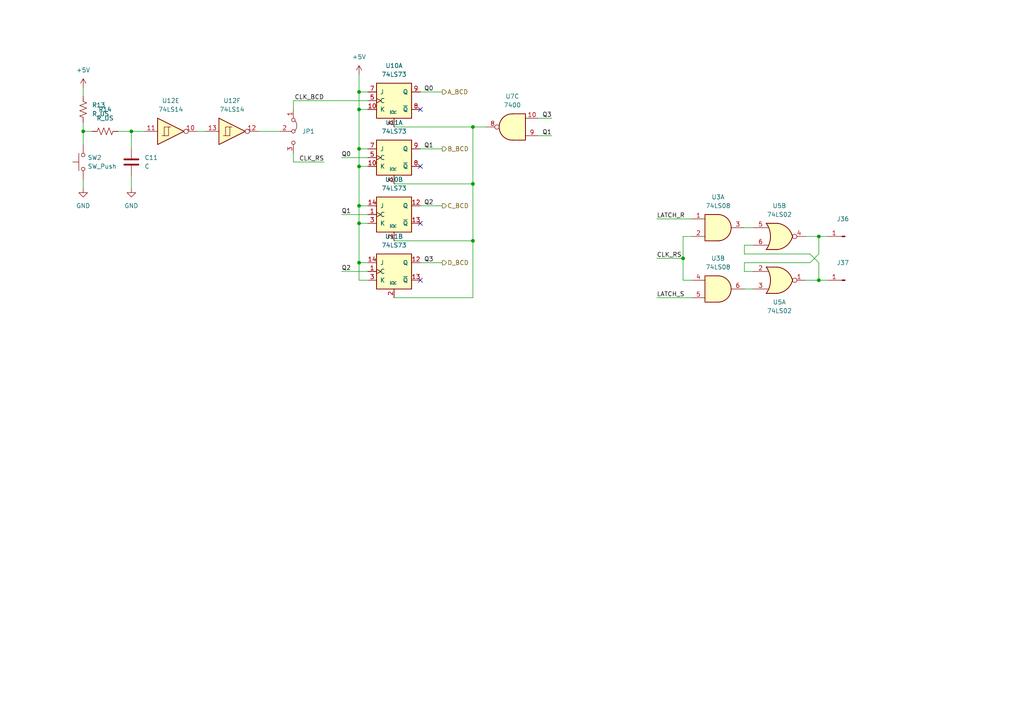
<source format=kicad_sch>
(kicad_sch (version 20230121) (generator eeschema)
  (paper "A4")
  (lib_symbols
    (symbol "74xx:7400" (pin_names (offset 1.016))
      (property "Reference" "U" (at 0 1.27 0))
      (property "Value" "7400" (at 0 -1.27 0))
      (symbol "7400_1_1"
        (arc (start 0 -3.81) (mid 3.7934 0) (end 0 3.81) (stroke (width 0.254)) (fill (type background)))
        (polyline (pts (xy 0 3.81) (xy -3.81 3.81) (xy -3.81 -3.81) (xy 0 -3.81)) (stroke (width 0.254)) (fill (type background)))
        (pin input line (at -7.62 2.54 0) (length 3.81) (name "~") (number "1"))
        (pin input line (at -7.62 -2.54 0) (length 3.81) (name "~") (number "2"))
        (pin output inverted (at 7.62 0 180) (length 3.81) (name "~") (number "3"))
      )
      (symbol "7400_1_2"
        (arc (start -3.81 -3.81) (mid -2.589 0) (end -3.81 3.81) (stroke (width 0.254)))
        (arc (start -0.6096 -3.81) (mid 2.1842 -2.5851) (end 3.81 0) (stroke (width 0.254)) (fill (type background)))
        (polyline (pts (xy -3.81 -3.81) (xy -0.635 -3.81)) (stroke (width 0.254)) (fill (type background)))
        (polyline (pts (xy -3.81 3.81) (xy -0.635 3.81)) (stroke (width 0.254)) (fill (type background)))
        (polyline (pts (xy -0.635 3.81) (xy -3.81 3.81) (xy -3.81 3.81) (xy -3.556 3.4036) (xy -3.0226 2.2606) (xy -2.6924 1.0414) (xy -2.6162 -0.254) (xy -2.7686 -1.4986) (xy -3.175 -2.7178) (xy -3.81 -3.81) (xy -3.81 -3.81) (xy -0.635 -3.81)) (stroke (width -25.4)) (fill (type background)))
        (arc (start 3.81 0) (mid 2.1915 2.5936) (end -0.6096 3.81) (stroke (width 0.254)) (fill (type background)))
        (pin input inverted (at -7.62 2.54 0) (length 4.318) (name "~") (number "1"))
        (pin input inverted (at -7.62 -2.54 0) (length 4.318) (name "~") (number "2"))
        (pin output line (at 7.62 0 180) (length 3.81) (name "~") (number "3"))
      )
      (symbol "7400_2_1"
        (arc (start 0 -3.81) (mid 3.7934 0) (end 0 3.81) (stroke (width 0.254)) (fill (type background)))
        (polyline (pts (xy 0 3.81) (xy -3.81 3.81) (xy -3.81 -3.81) (xy 0 -3.81)) (stroke (width 0.254)) (fill (type background)))
        (pin input line (at -7.62 2.54 0) (length 3.81) (name "~") (number "4"))
        (pin input line (at -7.62 -2.54 0) (length 3.81) (name "~") (number "5"))
        (pin output inverted (at 7.62 0 180) (length 3.81) (name "~") (number "6"))
      )
      (symbol "7400_2_2"
        (arc (start -3.81 -3.81) (mid -2.589 0) (end -3.81 3.81) (stroke (width 0.254)))
        (arc (start -0.6096 -3.81) (mid 2.1842 -2.5851) (end 3.81 0) (stroke (width 0.254)) (fill (type background)))
        (polyline (pts (xy -3.81 -3.81) (xy -0.635 -3.81)) (stroke (width 0.254)) (fill (type background)))
        (polyline (pts (xy -3.81 3.81) (xy -0.635 3.81)) (stroke (width 0.254)) (fill (type background)))
        (polyline (pts (xy -0.635 3.81) (xy -3.81 3.81) (xy -3.81 3.81) (xy -3.556 3.4036) (xy -3.0226 2.2606) (xy -2.6924 1.0414) (xy -2.6162 -0.254) (xy -2.7686 -1.4986) (xy -3.175 -2.7178) (xy -3.81 -3.81) (xy -3.81 -3.81) (xy -0.635 -3.81)) (stroke (width -25.4)) (fill (type background)))
        (arc (start 3.81 0) (mid 2.1915 2.5936) (end -0.6096 3.81) (stroke (width 0.254)) (fill (type background)))
        (pin input inverted (at -7.62 2.54 0) (length 4.318) (name "~") (number "4"))
        (pin input inverted (at -7.62 -2.54 0) (length 4.318) (name "~") (number "5"))
        (pin output line (at 7.62 0 180) (length 3.81) (name "~") (number "6"))
      )
      (symbol "7400_3_1"
        (arc (start 0 -3.81) (mid 3.7934 0) (end 0 3.81) (stroke (width 0.254)) (fill (type background)))
        (polyline (pts (xy 0 3.81) (xy -3.81 3.81) (xy -3.81 -3.81) (xy 0 -3.81)) (stroke (width 0.254)) (fill (type background)))
        (pin input line (at -7.62 -2.54 0) (length 3.81) (name "~") (number "10"))
        (pin output inverted (at 7.62 0 180) (length 3.81) (name "~") (number "8"))
        (pin input line (at -7.62 2.54 0) (length 3.81) (name "~") (number "9"))
      )
      (symbol "7400_3_2"
        (arc (start -3.81 -3.81) (mid -2.589 0) (end -3.81 3.81) (stroke (width 0.254)))
        (arc (start -0.6096 -3.81) (mid 2.1842 -2.5851) (end 3.81 0) (stroke (width 0.254)) (fill (type background)))
        (polyline (pts (xy -3.81 -3.81) (xy -0.635 -3.81)) (stroke (width 0.254)) (fill (type background)))
        (polyline (pts (xy -3.81 3.81) (xy -0.635 3.81)) (stroke (width 0.254)) (fill (type background)))
        (polyline (pts (xy -0.635 3.81) (xy -3.81 3.81) (xy -3.81 3.81) (xy -3.556 3.4036) (xy -3.0226 2.2606) (xy -2.6924 1.0414) (xy -2.6162 -0.254) (xy -2.7686 -1.4986) (xy -3.175 -2.7178) (xy -3.81 -3.81) (xy -3.81 -3.81) (xy -0.635 -3.81)) (stroke (width -25.4)) (fill (type background)))
        (arc (start 3.81 0) (mid 2.1915 2.5936) (end -0.6096 3.81) (stroke (width 0.254)) (fill (type background)))
        (pin input inverted (at -7.62 -2.54 0) (length 4.318) (name "~") (number "10"))
        (pin output line (at 7.62 0 180) (length 3.81) (name "~") (number "8"))
        (pin input inverted (at -7.62 2.54 0) (length 4.318) (name "~") (number "9"))
      )
      (symbol "7400_4_1"
        (arc (start 0 -3.81) (mid 3.7934 0) (end 0 3.81) (stroke (width 0.254)) (fill (type background)))
        (polyline (pts (xy 0 3.81) (xy -3.81 3.81) (xy -3.81 -3.81) (xy 0 -3.81)) (stroke (width 0.254)) (fill (type background)))
        (pin output inverted (at 7.62 0 180) (length 3.81) (name "~") (number "11"))
        (pin input line (at -7.62 2.54 0) (length 3.81) (name "~") (number "12"))
        (pin input line (at -7.62 -2.54 0) (length 3.81) (name "~") (number "13"))
      )
      (symbol "7400_4_2"
        (arc (start -3.81 -3.81) (mid -2.589 0) (end -3.81 3.81) (stroke (width 0.254)))
        (arc (start -0.6096 -3.81) (mid 2.1842 -2.5851) (end 3.81 0) (stroke (width 0.254)) (fill (type background)))
        (polyline (pts (xy -3.81 -3.81) (xy -0.635 -3.81)) (stroke (width 0.254)) (fill (type background)))
        (polyline (pts (xy -3.81 3.81) (xy -0.635 3.81)) (stroke (width 0.254)) (fill (type background)))
        (polyline (pts (xy -0.635 3.81) (xy -3.81 3.81) (xy -3.81 3.81) (xy -3.556 3.4036) (xy -3.0226 2.2606) (xy -2.6924 1.0414) (xy -2.6162 -0.254) (xy -2.7686 -1.4986) (xy -3.175 -2.7178) (xy -3.81 -3.81) (xy -3.81 -3.81) (xy -0.635 -3.81)) (stroke (width -25.4)) (fill (type background)))
        (arc (start 3.81 0) (mid 2.1915 2.5936) (end -0.6096 3.81) (stroke (width 0.254)) (fill (type background)))
        (pin output line (at 7.62 0 180) (length 3.81) (name "~") (number "11"))
        (pin input inverted (at -7.62 2.54 0) (length 4.318) (name "~") (number "12"))
        (pin input inverted (at -7.62 -2.54 0) (length 4.318) (name "~") (number "13"))
      )
      (symbol "7400_5_0"
        (pin power_in line (at 0 12.7 270) (length 5.08) (name "VCC") (number "14"))
        (pin power_in line (at 0 -12.7 90) (length 5.08) (name "GND") (number "7"))
      )
      (symbol "7400_5_1"
        (rectangle (start -5.08 7.62) (end 5.08 -7.62) (stroke (width 0.254)) (fill (type background)))
      )
    )
    (symbol "74xx:74LS02" (pin_names (offset 1.016))
      (property "Reference" "U" (at 0 1.27 0))
      (property "Value" "74LS02" (at 0 -1.27 0))
      (symbol "74LS02_1_1"
        (arc (start -3.81 -3.81) (mid -2.589 0) (end -3.81 3.81) (stroke (width 0.254)))
        (arc (start -0.6096 -3.81) (mid 2.1842 -2.5851) (end 3.81 0) (stroke (width 0.254)) (fill (type background)))
        (polyline (pts (xy -3.81 -3.81) (xy -0.635 -3.81)) (stroke (width 0.254)) (fill (type background)))
        (polyline (pts (xy -3.81 3.81) (xy -0.635 3.81)) (stroke (width 0.254)) (fill (type background)))
        (polyline (pts (xy -0.635 3.81) (xy -3.81 3.81) (xy -3.81 3.81) (xy -3.556 3.4036) (xy -3.0226 2.2606) (xy -2.6924 1.0414) (xy -2.6162 -0.254) (xy -2.7686 -1.4986) (xy -3.175 -2.7178) (xy -3.81 -3.81) (xy -3.81 -3.81) (xy -0.635 -3.81)) (stroke (width -25.4)) (fill (type background)))
        (arc (start 3.81 0) (mid 2.1915 2.5936) (end -0.6096 3.81) (stroke (width 0.254)) (fill (type background)))
        (pin output inverted (at 7.62 0 180) (length 3.81) (name "~") (number "1"))
        (pin input line (at -7.62 2.54 0) (length 4.318) (name "~") (number "2"))
        (pin input line (at -7.62 -2.54 0) (length 4.318) (name "~") (number "3"))
      )
      (symbol "74LS02_1_2"
        (arc (start 0 -3.81) (mid 3.7934 0) (end 0 3.81) (stroke (width 0.254)) (fill (type background)))
        (polyline (pts (xy 0 3.81) (xy -3.81 3.81) (xy -3.81 -3.81) (xy 0 -3.81)) (stroke (width 0.254)) (fill (type background)))
        (pin output line (at 7.62 0 180) (length 3.81) (name "~") (number "1"))
        (pin input inverted (at -7.62 2.54 0) (length 3.81) (name "~") (number "2"))
        (pin input inverted (at -7.62 -2.54 0) (length 3.81) (name "~") (number "3"))
      )
      (symbol "74LS02_2_1"
        (arc (start -3.81 -3.81) (mid -2.589 0) (end -3.81 3.81) (stroke (width 0.254)))
        (arc (start -0.6096 -3.81) (mid 2.1842 -2.5851) (end 3.81 0) (stroke (width 0.254)) (fill (type background)))
        (polyline (pts (xy -3.81 -3.81) (xy -0.635 -3.81)) (stroke (width 0.254)) (fill (type background)))
        (polyline (pts (xy -3.81 3.81) (xy -0.635 3.81)) (stroke (width 0.254)) (fill (type background)))
        (polyline (pts (xy -0.635 3.81) (xy -3.81 3.81) (xy -3.81 3.81) (xy -3.556 3.4036) (xy -3.0226 2.2606) (xy -2.6924 1.0414) (xy -2.6162 -0.254) (xy -2.7686 -1.4986) (xy -3.175 -2.7178) (xy -3.81 -3.81) (xy -3.81 -3.81) (xy -0.635 -3.81)) (stroke (width -25.4)) (fill (type background)))
        (arc (start 3.81 0) (mid 2.1915 2.5936) (end -0.6096 3.81) (stroke (width 0.254)) (fill (type background)))
        (pin output inverted (at 7.62 0 180) (length 3.81) (name "~") (number "4"))
        (pin input line (at -7.62 2.54 0) (length 4.318) (name "~") (number "5"))
        (pin input line (at -7.62 -2.54 0) (length 4.318) (name "~") (number "6"))
      )
      (symbol "74LS02_2_2"
        (arc (start 0 -3.81) (mid 3.7934 0) (end 0 3.81) (stroke (width 0.254)) (fill (type background)))
        (polyline (pts (xy 0 3.81) (xy -3.81 3.81) (xy -3.81 -3.81) (xy 0 -3.81)) (stroke (width 0.254)) (fill (type background)))
        (pin output line (at 7.62 0 180) (length 3.81) (name "~") (number "4"))
        (pin input inverted (at -7.62 2.54 0) (length 3.81) (name "~") (number "5"))
        (pin input inverted (at -7.62 -2.54 0) (length 3.81) (name "~") (number "6"))
      )
      (symbol "74LS02_3_1"
        (arc (start -3.81 -3.81) (mid -2.589 0) (end -3.81 3.81) (stroke (width 0.254)))
        (arc (start -0.6096 -3.81) (mid 2.1842 -2.5851) (end 3.81 0) (stroke (width 0.254)) (fill (type background)))
        (polyline (pts (xy -3.81 -3.81) (xy -0.635 -3.81)) (stroke (width 0.254)) (fill (type background)))
        (polyline (pts (xy -3.81 3.81) (xy -0.635 3.81)) (stroke (width 0.254)) (fill (type background)))
        (polyline (pts (xy -0.635 3.81) (xy -3.81 3.81) (xy -3.81 3.81) (xy -3.556 3.4036) (xy -3.0226 2.2606) (xy -2.6924 1.0414) (xy -2.6162 -0.254) (xy -2.7686 -1.4986) (xy -3.175 -2.7178) (xy -3.81 -3.81) (xy -3.81 -3.81) (xy -0.635 -3.81)) (stroke (width -25.4)) (fill (type background)))
        (arc (start 3.81 0) (mid 2.1915 2.5936) (end -0.6096 3.81) (stroke (width 0.254)) (fill (type background)))
        (pin output inverted (at 7.62 0 180) (length 3.81) (name "~") (number "10"))
        (pin input line (at -7.62 2.54 0) (length 4.318) (name "~") (number "8"))
        (pin input line (at -7.62 -2.54 0) (length 4.318) (name "~") (number "9"))
      )
      (symbol "74LS02_3_2"
        (arc (start 0 -3.81) (mid 3.7934 0) (end 0 3.81) (stroke (width 0.254)) (fill (type background)))
        (polyline (pts (xy 0 3.81) (xy -3.81 3.81) (xy -3.81 -3.81) (xy 0 -3.81)) (stroke (width 0.254)) (fill (type background)))
        (pin output line (at 7.62 0 180) (length 3.81) (name "~") (number "10"))
        (pin input inverted (at -7.62 2.54 0) (length 3.81) (name "~") (number "8"))
        (pin input inverted (at -7.62 -2.54 0) (length 3.81) (name "~") (number "9"))
      )
      (symbol "74LS02_4_1"
        (arc (start -3.81 -3.81) (mid -2.589 0) (end -3.81 3.81) (stroke (width 0.254)))
        (arc (start -0.6096 -3.81) (mid 2.1842 -2.5851) (end 3.81 0) (stroke (width 0.254)) (fill (type background)))
        (polyline (pts (xy -3.81 -3.81) (xy -0.635 -3.81)) (stroke (width 0.254)) (fill (type background)))
        (polyline (pts (xy -3.81 3.81) (xy -0.635 3.81)) (stroke (width 0.254)) (fill (type background)))
        (polyline (pts (xy -0.635 3.81) (xy -3.81 3.81) (xy -3.81 3.81) (xy -3.556 3.4036) (xy -3.0226 2.2606) (xy -2.6924 1.0414) (xy -2.6162 -0.254) (xy -2.7686 -1.4986) (xy -3.175 -2.7178) (xy -3.81 -3.81) (xy -3.81 -3.81) (xy -0.635 -3.81)) (stroke (width -25.4)) (fill (type background)))
        (arc (start 3.81 0) (mid 2.1915 2.5936) (end -0.6096 3.81) (stroke (width 0.254)) (fill (type background)))
        (pin input line (at -7.62 2.54 0) (length 4.318) (name "~") (number "11"))
        (pin input line (at -7.62 -2.54 0) (length 4.318) (name "~") (number "12"))
        (pin output inverted (at 7.62 0 180) (length 3.81) (name "~") (number "13"))
      )
      (symbol "74LS02_4_2"
        (arc (start 0 -3.81) (mid 3.7934 0) (end 0 3.81) (stroke (width 0.254)) (fill (type background)))
        (polyline (pts (xy 0 3.81) (xy -3.81 3.81) (xy -3.81 -3.81) (xy 0 -3.81)) (stroke (width 0.254)) (fill (type background)))
        (pin input inverted (at -7.62 2.54 0) (length 3.81) (name "~") (number "11"))
        (pin input inverted (at -7.62 -2.54 0) (length 3.81) (name "~") (number "12"))
        (pin output line (at 7.62 0 180) (length 3.81) (name "~") (number "13"))
      )
      (symbol "74LS02_5_0"
        (pin power_in line (at 0 12.7 270) (length 5.08) (name "VCC") (number "14"))
        (pin power_in line (at 0 -12.7 90) (length 5.08) (name "GND") (number "7"))
      )
      (symbol "74LS02_5_1"
        (rectangle (start -5.08 7.62) (end 5.08 -7.62) (stroke (width 0.254)) (fill (type background)))
      )
    )
    (symbol "74xx:74LS08" (pin_names (offset 1.016))
      (property "Reference" "U" (at 0 1.27 0))
      (property "Value" "74LS08" (at 0 -1.27 0))
      (symbol "74LS08_1_1"
        (arc (start 0 -3.81) (mid 3.7934 0) (end 0 3.81) (stroke (width 0.254)) (fill (type background)))
        (polyline (pts (xy 0 3.81) (xy -3.81 3.81) (xy -3.81 -3.81) (xy 0 -3.81)) (stroke (width 0.254)) (fill (type background)))
        (pin input line (at -7.62 2.54 0) (length 3.81) (name "~") (number "1"))
        (pin input line (at -7.62 -2.54 0) (length 3.81) (name "~") (number "2"))
        (pin output line (at 7.62 0 180) (length 3.81) (name "~") (number "3"))
      )
      (symbol "74LS08_1_2"
        (arc (start -3.81 -3.81) (mid -2.589 0) (end -3.81 3.81) (stroke (width 0.254)))
        (arc (start -0.6096 -3.81) (mid 2.1842 -2.5851) (end 3.81 0) (stroke (width 0.254)) (fill (type background)))
        (polyline (pts (xy -3.81 -3.81) (xy -0.635 -3.81)) (stroke (width 0.254)) (fill (type background)))
        (polyline (pts (xy -3.81 3.81) (xy -0.635 3.81)) (stroke (width 0.254)) (fill (type background)))
        (polyline (pts (xy -0.635 3.81) (xy -3.81 3.81) (xy -3.81 3.81) (xy -3.556 3.4036) (xy -3.0226 2.2606) (xy -2.6924 1.0414) (xy -2.6162 -0.254) (xy -2.7686 -1.4986) (xy -3.175 -2.7178) (xy -3.81 -3.81) (xy -3.81 -3.81) (xy -0.635 -3.81)) (stroke (width -25.4)) (fill (type background)))
        (arc (start 3.81 0) (mid 2.1915 2.5936) (end -0.6096 3.81) (stroke (width 0.254)) (fill (type background)))
        (pin input inverted (at -7.62 2.54 0) (length 4.318) (name "~") (number "1"))
        (pin input inverted (at -7.62 -2.54 0) (length 4.318) (name "~") (number "2"))
        (pin output inverted (at 7.62 0 180) (length 3.81) (name "~") (number "3"))
      )
      (symbol "74LS08_2_1"
        (arc (start 0 -3.81) (mid 3.7934 0) (end 0 3.81) (stroke (width 0.254)) (fill (type background)))
        (polyline (pts (xy 0 3.81) (xy -3.81 3.81) (xy -3.81 -3.81) (xy 0 -3.81)) (stroke (width 0.254)) (fill (type background)))
        (pin input line (at -7.62 2.54 0) (length 3.81) (name "~") (number "4"))
        (pin input line (at -7.62 -2.54 0) (length 3.81) (name "~") (number "5"))
        (pin output line (at 7.62 0 180) (length 3.81) (name "~") (number "6"))
      )
      (symbol "74LS08_2_2"
        (arc (start -3.81 -3.81) (mid -2.589 0) (end -3.81 3.81) (stroke (width 0.254)))
        (arc (start -0.6096 -3.81) (mid 2.1842 -2.5851) (end 3.81 0) (stroke (width 0.254)) (fill (type background)))
        (polyline (pts (xy -3.81 -3.81) (xy -0.635 -3.81)) (stroke (width 0.254)) (fill (type background)))
        (polyline (pts (xy -3.81 3.81) (xy -0.635 3.81)) (stroke (width 0.254)) (fill (type background)))
        (polyline (pts (xy -0.635 3.81) (xy -3.81 3.81) (xy -3.81 3.81) (xy -3.556 3.4036) (xy -3.0226 2.2606) (xy -2.6924 1.0414) (xy -2.6162 -0.254) (xy -2.7686 -1.4986) (xy -3.175 -2.7178) (xy -3.81 -3.81) (xy -3.81 -3.81) (xy -0.635 -3.81)) (stroke (width -25.4)) (fill (type background)))
        (arc (start 3.81 0) (mid 2.1915 2.5936) (end -0.6096 3.81) (stroke (width 0.254)) (fill (type background)))
        (pin input inverted (at -7.62 2.54 0) (length 4.318) (name "~") (number "4"))
        (pin input inverted (at -7.62 -2.54 0) (length 4.318) (name "~") (number "5"))
        (pin output inverted (at 7.62 0 180) (length 3.81) (name "~") (number "6"))
      )
      (symbol "74LS08_3_1"
        (arc (start 0 -3.81) (mid 3.7934 0) (end 0 3.81) (stroke (width 0.254)) (fill (type background)))
        (polyline (pts (xy 0 3.81) (xy -3.81 3.81) (xy -3.81 -3.81) (xy 0 -3.81)) (stroke (width 0.254)) (fill (type background)))
        (pin input line (at -7.62 -2.54 0) (length 3.81) (name "~") (number "10"))
        (pin output line (at 7.62 0 180) (length 3.81) (name "~") (number "8"))
        (pin input line (at -7.62 2.54 0) (length 3.81) (name "~") (number "9"))
      )
      (symbol "74LS08_3_2"
        (arc (start -3.81 -3.81) (mid -2.589 0) (end -3.81 3.81) (stroke (width 0.254)))
        (arc (start -0.6096 -3.81) (mid 2.1842 -2.5851) (end 3.81 0) (stroke (width 0.254)) (fill (type background)))
        (polyline (pts (xy -3.81 -3.81) (xy -0.635 -3.81)) (stroke (width 0.254)) (fill (type background)))
        (polyline (pts (xy -3.81 3.81) (xy -0.635 3.81)) (stroke (width 0.254)) (fill (type background)))
        (polyline (pts (xy -0.635 3.81) (xy -3.81 3.81) (xy -3.81 3.81) (xy -3.556 3.4036) (xy -3.0226 2.2606) (xy -2.6924 1.0414) (xy -2.6162 -0.254) (xy -2.7686 -1.4986) (xy -3.175 -2.7178) (xy -3.81 -3.81) (xy -3.81 -3.81) (xy -0.635 -3.81)) (stroke (width -25.4)) (fill (type background)))
        (arc (start 3.81 0) (mid 2.1915 2.5936) (end -0.6096 3.81) (stroke (width 0.254)) (fill (type background)))
        (pin input inverted (at -7.62 -2.54 0) (length 4.318) (name "~") (number "10"))
        (pin output inverted (at 7.62 0 180) (length 3.81) (name "~") (number "8"))
        (pin input inverted (at -7.62 2.54 0) (length 4.318) (name "~") (number "9"))
      )
      (symbol "74LS08_4_1"
        (arc (start 0 -3.81) (mid 3.7934 0) (end 0 3.81) (stroke (width 0.254)) (fill (type background)))
        (polyline (pts (xy 0 3.81) (xy -3.81 3.81) (xy -3.81 -3.81) (xy 0 -3.81)) (stroke (width 0.254)) (fill (type background)))
        (pin output line (at 7.62 0 180) (length 3.81) (name "~") (number "11"))
        (pin input line (at -7.62 2.54 0) (length 3.81) (name "~") (number "12"))
        (pin input line (at -7.62 -2.54 0) (length 3.81) (name "~") (number "13"))
      )
      (symbol "74LS08_4_2"
        (arc (start -3.81 -3.81) (mid -2.589 0) (end -3.81 3.81) (stroke (width 0.254)))
        (arc (start -0.6096 -3.81) (mid 2.1842 -2.5851) (end 3.81 0) (stroke (width 0.254)) (fill (type background)))
        (polyline (pts (xy -3.81 -3.81) (xy -0.635 -3.81)) (stroke (width 0.254)) (fill (type background)))
        (polyline (pts (xy -3.81 3.81) (xy -0.635 3.81)) (stroke (width 0.254)) (fill (type background)))
        (polyline (pts (xy -0.635 3.81) (xy -3.81 3.81) (xy -3.81 3.81) (xy -3.556 3.4036) (xy -3.0226 2.2606) (xy -2.6924 1.0414) (xy -2.6162 -0.254) (xy -2.7686 -1.4986) (xy -3.175 -2.7178) (xy -3.81 -3.81) (xy -3.81 -3.81) (xy -0.635 -3.81)) (stroke (width -25.4)) (fill (type background)))
        (arc (start 3.81 0) (mid 2.1915 2.5936) (end -0.6096 3.81) (stroke (width 0.254)) (fill (type background)))
        (pin output inverted (at 7.62 0 180) (length 3.81) (name "~") (number "11"))
        (pin input inverted (at -7.62 2.54 0) (length 4.318) (name "~") (number "12"))
        (pin input inverted (at -7.62 -2.54 0) (length 4.318) (name "~") (number "13"))
      )
      (symbol "74LS08_5_0"
        (pin power_in line (at 0 12.7 270) (length 5.08) (name "VCC") (number "14"))
        (pin power_in line (at 0 -12.7 90) (length 5.08) (name "GND") (number "7"))
      )
      (symbol "74LS08_5_1"
        (rectangle (start -5.08 7.62) (end 5.08 -7.62) (stroke (width 0.254)) (fill (type background)))
      )
    )
    (symbol "74xx:74LS14" (pin_names (offset 1.016))
      (property "Reference" "U" (at 0 1.27 0))
      (property "Value" "74LS14" (at 0 -1.27 0))
      (symbol "74LS14_1_0"
        (polyline (pts (xy -3.81 3.81) (xy -3.81 -3.81) (xy 3.81 0) (xy -3.81 3.81)) (stroke (width 0.254)) (fill (type background)))
        (pin input line (at -7.62 0 0) (length 3.81) (name "~") (number "1"))
        (pin output inverted (at 7.62 0 180) (length 3.81) (name "~") (number "2"))
      )
      (symbol "74LS14_1_1"
        (polyline (pts (xy -1.905 -1.27) (xy -1.905 1.27) (xy -0.635 1.27)))
        (polyline (pts (xy -2.54 -1.27) (xy -0.635 -1.27) (xy -0.635 1.27) (xy 0 1.27)))
      )
      (symbol "74LS14_2_0"
        (polyline (pts (xy -3.81 3.81) (xy -3.81 -3.81) (xy 3.81 0) (xy -3.81 3.81)) (stroke (width 0.254)) (fill (type background)))
        (pin input line (at -7.62 0 0) (length 3.81) (name "~") (number "3"))
        (pin output inverted (at 7.62 0 180) (length 3.81) (name "~") (number "4"))
      )
      (symbol "74LS14_2_1"
        (polyline (pts (xy -1.905 -1.27) (xy -1.905 1.27) (xy -0.635 1.27)))
        (polyline (pts (xy -2.54 -1.27) (xy -0.635 -1.27) (xy -0.635 1.27) (xy 0 1.27)))
      )
      (symbol "74LS14_3_0"
        (polyline (pts (xy -3.81 3.81) (xy -3.81 -3.81) (xy 3.81 0) (xy -3.81 3.81)) (stroke (width 0.254)) (fill (type background)))
        (pin input line (at -7.62 0 0) (length 3.81) (name "~") (number "5"))
        (pin output inverted (at 7.62 0 180) (length 3.81) (name "~") (number "6"))
      )
      (symbol "74LS14_3_1"
        (polyline (pts (xy -1.905 -1.27) (xy -1.905 1.27) (xy -0.635 1.27)))
        (polyline (pts (xy -2.54 -1.27) (xy -0.635 -1.27) (xy -0.635 1.27) (xy 0 1.27)))
      )
      (symbol "74LS14_4_0"
        (polyline (pts (xy -3.81 3.81) (xy -3.81 -3.81) (xy 3.81 0) (xy -3.81 3.81)) (stroke (width 0.254)) (fill (type background)))
        (pin output inverted (at 7.62 0 180) (length 3.81) (name "~") (number "8"))
        (pin input line (at -7.62 0 0) (length 3.81) (name "~") (number "9"))
      )
      (symbol "74LS14_4_1"
        (polyline (pts (xy -1.905 -1.27) (xy -1.905 1.27) (xy -0.635 1.27)))
        (polyline (pts (xy -2.54 -1.27) (xy -0.635 -1.27) (xy -0.635 1.27) (xy 0 1.27)))
      )
      (symbol "74LS14_5_0"
        (polyline (pts (xy -3.81 3.81) (xy -3.81 -3.81) (xy 3.81 0) (xy -3.81 3.81)) (stroke (width 0.254)) (fill (type background)))
        (pin output inverted (at 7.62 0 180) (length 3.81) (name "~") (number "10"))
        (pin input line (at -7.62 0 0) (length 3.81) (name "~") (number "11"))
      )
      (symbol "74LS14_5_1"
        (polyline (pts (xy -1.905 -1.27) (xy -1.905 1.27) (xy -0.635 1.27)))
        (polyline (pts (xy -2.54 -1.27) (xy -0.635 -1.27) (xy -0.635 1.27) (xy 0 1.27)))
      )
      (symbol "74LS14_6_0"
        (polyline (pts (xy -3.81 3.81) (xy -3.81 -3.81) (xy 3.81 0) (xy -3.81 3.81)) (stroke (width 0.254)) (fill (type background)))
        (pin output inverted (at 7.62 0 180) (length 3.81) (name "~") (number "12"))
        (pin input line (at -7.62 0 0) (length 3.81) (name "~") (number "13"))
      )
      (symbol "74LS14_6_1"
        (polyline (pts (xy -1.905 -1.27) (xy -1.905 1.27) (xy -0.635 1.27)))
        (polyline (pts (xy -2.54 -1.27) (xy -0.635 -1.27) (xy -0.635 1.27) (xy 0 1.27)))
      )
      (symbol "74LS14_7_0"
        (pin power_in line (at 0 12.7 270) (length 5.08) (name "VCC") (number "14"))
        (pin power_in line (at 0 -12.7 90) (length 5.08) (name "GND") (number "7"))
      )
      (symbol "74LS14_7_1"
        (rectangle (start -5.08 7.62) (end 5.08 -7.62) (stroke (width 0.254)) (fill (type background)))
      )
    )
    (symbol "74xx:74LS73" (pin_names (offset 1.016))
      (property "Reference" "U" (at -7.62 8.89 0))
      (property "Value" "74LS73" (at -7.62 -8.89 0))
      (symbol "74LS73_1_0"
        (pin input line (at -7.62 -2.54 0) (length 2.54) (name "K") (number "10"))
        (pin input clock (at -7.62 0 0) (length 2.54) (name "C") (number "5"))
        (pin input line (at 0 -7.62 90) (length 2.54) (name "~{R}") (number "6"))
        (pin input line (at -7.62 2.54 0) (length 2.54) (name "J") (number "7"))
        (pin output line (at 7.62 -2.54 180) (length 2.54) (name "~{Q}") (number "8"))
        (pin output line (at 7.62 2.54 180) (length 2.54) (name "Q") (number "9"))
      )
      (symbol "74LS73_1_1"
        (rectangle (start -5.08 5.08) (end 5.08 -5.08) (stroke (width 0.254)) (fill (type background)))
      )
      (symbol "74LS73_2_0"
        (pin input clock (at -7.62 0 0) (length 2.54) (name "C") (number "1"))
        (pin output line (at 7.62 2.54 180) (length 2.54) (name "Q") (number "12"))
        (pin output line (at 7.62 -2.54 180) (length 2.54) (name "~{Q}") (number "13"))
        (pin input line (at -7.62 2.54 0) (length 2.54) (name "J") (number "14"))
        (pin input line (at 0 -7.62 90) (length 2.54) (name "~{R}") (number "2"))
        (pin input line (at -7.62 -2.54 0) (length 2.54) (name "K") (number "3"))
      )
      (symbol "74LS73_2_1"
        (rectangle (start -5.08 5.08) (end 5.08 -5.08) (stroke (width 0.254)) (fill (type background)))
      )
      (symbol "74LS73_3_0"
        (pin power_in line (at 0 -10.16 90) (length 2.54) (name "GND") (number "11"))
        (pin power_in line (at 0 10.16 270) (length 2.54) (name "VCC") (number "4"))
      )
      (symbol "74LS73_3_1"
        (rectangle (start -5.08 7.62) (end 5.08 -7.62) (stroke (width 0.254)) (fill (type background)))
      )
    )
    (symbol "Connector:Conn_01x01_Pin" (pin_names (offset 1.016) hide)
      (property "Reference" "J" (at 0 2.54 0))
      (property "Value" "Conn_01x01_Pin" (at 0 -2.54 0))
      (symbol "Conn_01x01_Pin_1_1"
        (polyline (pts (xy 1.27 0) (xy 0.8636 0)) (stroke (width 0.1524)))
        (rectangle (start 0.8636 0.127) (end 0 -0.127) (stroke (width 0.1524)) (fill (type outline)))
        (pin passive line (at 5.08 0 180) (length 3.81) (name "Pin_1") (number "1"))
      )
    )
    (symbol "Device:C" (pin_numbers hide) (pin_names (offset 0.254))
      (property "Reference" "C" (at 0.635 2.54 0))
      (property "Value" "C" (at 0.635 -2.54 0))
      (symbol "C_0_1"
        (polyline (pts (xy -2.032 -0.762) (xy 2.032 -0.762)) (stroke (width 0.508)))
        (polyline (pts (xy -2.032 0.762) (xy 2.032 0.762)) (stroke (width 0.508)))
      )
      (symbol "C_1_1"
        (pin passive line (at 0 3.81 270) (length 2.794) (name "~") (number "1"))
        (pin passive line (at 0 -3.81 90) (length 2.794) (name "~") (number "2"))
      )
    )
    (symbol "Device:R_US" (pin_numbers hide) (pin_names (offset 0))
      (property "Reference" "R" (at 2.54 0 90))
      (property "Value" "R_US" (at -2.54 0 90))
      (symbol "R_US_0_1"
        (polyline (pts (xy 0 -2.286) (xy 0 -2.54)))
        (polyline (pts (xy 0 2.286) (xy 0 2.54)))
        (polyline (pts (xy 0 -0.762) (xy 1.016 -1.143) (xy 0 -1.524) (xy -1.016 -1.905) (xy 0 -2.286)))
        (polyline (pts (xy 0 0.762) (xy 1.016 0.381) (xy 0 0) (xy -1.016 -0.381) (xy 0 -0.762)))
        (polyline (pts (xy 0 2.286) (xy 1.016 1.905) (xy 0 1.524) (xy -1.016 1.143) (xy 0 0.762)))
      )
      (symbol "R_US_1_1"
        (pin passive line (at 0 3.81 270) (length 1.27) (name "~") (number "1"))
        (pin passive line (at 0 -3.81 90) (length 1.27) (name "~") (number "2"))
      )
    )
    (symbol "Jumper:Jumper_3_Bridged12" (pin_names (offset 0) hide)
      (property "Reference" "JP" (at -2.54 -2.54 0))
      (property "Value" "Jumper_3_Bridged12" (at 0 2.794 0))
      (symbol "Jumper_3_Bridged12_0_0"
        (circle (center -3.302 0) (radius 0.508))
        (circle (center 0 0) (radius 0.508))
        (circle (center 3.302 0) (radius 0.508))
      )
      (symbol "Jumper_3_Bridged12_0_1"
        (arc (start -0.254 0.508) (mid -1.651 0.9912) (end -3.048 0.508))
        (polyline (pts (xy 0 -1.27) (xy 0 -0.508)))
      )
      (symbol "Jumper_3_Bridged12_1_1"
        (pin passive line (at -6.35 0 0) (length 2.54) (name "A") (number "1"))
        (pin passive line (at 0 -3.81 90) (length 2.54) (name "C") (number "2"))
        (pin passive line (at 6.35 0 180) (length 2.54) (name "B") (number "3"))
      )
    )
    (symbol "Switch:SW_Push" (pin_numbers hide) (pin_names (offset 1.016) hide)
      (property "Reference" "SW" (at 1.27 2.54 0))
      (property "Value" "SW_Push" (at 0 -1.524 0))
      (symbol "SW_Push_0_1"
        (circle (center -2.032 0) (radius 0.508))
        (polyline (pts (xy 0 1.27) (xy 0 3.048)))
        (polyline (pts (xy 2.54 1.27) (xy -2.54 1.27)))
        (circle (center 2.032 0) (radius 0.508))
        (pin passive line (at -5.08 0 0) (length 2.54) (name "1") (number "1"))
        (pin passive line (at 5.08 0 180) (length 2.54) (name "2") (number "2"))
      )
    )
    (symbol "power:+5V" (power) (pin_names (offset 0))
      (property "Value" "+5V" (at 0 3.556 0))
      (symbol "+5V_0_1"
        (polyline (pts (xy -0.762 1.27) (xy 0 2.54)))
        (polyline (pts (xy 0 0) (xy 0 2.54)))
        (polyline (pts (xy 0 2.54) (xy 0.762 1.27)))
      )
      (symbol "+5V_1_1"
        (pin power_in line (at 0 0 90) (length 0) hide (name "+5V") (number "1"))
      )
    )
    (symbol "power:GND" (power) (pin_names (offset 0))
      (property "Value" "GND" (at 0 -3.81 0))
      (symbol "GND_0_1"
        (polyline (pts (xy 0 0) (xy 0 -1.27) (xy 1.27 -1.27) (xy 0 -2.54) (xy -1.27 -1.27) (xy 0 -1.27)))
      )
      (symbol "GND_1_1"
        (pin power_in line (at 0 0 270) (length 0) hide (name "GND") (number "1"))
      )
    )
  )
  (junction (at 104.14 64.77))
  (junction (at 104.14 59.69))
  (junction (at 104.14 76.2))
  (junction (at 104.14 26.67))
  (junction (at 104.14 43.18))
  (junction (at 137.16 69.85))
  (junction (at 237.49 81.28))
  (junction (at 198.12 74.93))
  (junction (at 137.16 53.34))
  (junction (at 104.14 48.26))
  (junction (at 104.14 31.75))
  (junction (at 24.13 38.1))
  (junction (at 237.49 68.58))
  (junction (at 137.16 36.83))
  (junction (at 38.1 38.1))
  (no_connect (at 121.92 81.28))
  (no_connect (at 121.92 31.75))
  (no_connect (at 121.92 64.77))
  (no_connect (at 121.92 48.26))
  (wire (pts (xy 104.14 21.59) (xy 104.14 26.67)))
  (wire (pts (xy 104.14 64.77) (xy 104.14 76.2)))
  (wire (pts (xy 234.95 73.66) (xy 237.49 76.2)))
  (wire (pts (xy 99.06 45.72) (xy 106.68 45.72)))
  (wire (pts (xy 190.5 74.93) (xy 198.12 74.93)))
  (wire (pts (xy 99.06 62.23) (xy 106.68 62.23)))
  (wire (pts (xy 104.14 31.75) (xy 104.14 43.18)))
  (wire (pts (xy 104.14 76.2) (xy 104.14 81.28)))
  (wire (pts (xy 237.49 81.28) (xy 240.03 81.28)))
  (wire (pts (xy 24.13 25.4) (xy 24.13 27.94)))
  (wire (pts (xy 215.9 66.04) (xy 218.44 66.04)))
  (wire (pts (xy 237.49 68.58) (xy 237.49 73.66)))
  (wire (pts (xy 137.16 53.34) (xy 114.3 53.34)))
  (wire (pts (xy 104.14 59.69) (xy 106.68 59.69)))
  (wire (pts (xy 104.14 64.77) (xy 106.68 64.77)))
  (wire (pts (xy 104.14 76.2) (xy 106.68 76.2)))
  (wire (pts (xy 234.95 76.2) (xy 237.49 73.66)))
  (wire (pts (xy 215.9 78.74) (xy 215.9 76.2)))
  (wire (pts (xy 121.92 43.18) (xy 128.27 43.18)))
  (wire (pts (xy 104.14 48.26) (xy 106.68 48.26)))
  (wire (pts (xy 38.1 38.1) (xy 41.91 38.1)))
  (wire (pts (xy 104.14 26.67) (xy 106.68 26.67)))
  (wire (pts (xy 218.44 71.12) (xy 215.9 71.12)))
  (wire (pts (xy 104.14 48.26) (xy 104.14 59.69)))
  (wire (pts (xy 74.93 38.1) (xy 81.28 38.1)))
  (wire (pts (xy 85.09 44.45) (xy 85.09 46.99)))
  (wire (pts (xy 104.14 26.67) (xy 104.14 31.75)))
  (wire (pts (xy 137.16 69.85) (xy 114.3 69.85)))
  (wire (pts (xy 104.14 31.75) (xy 106.68 31.75)))
  (wire (pts (xy 156.21 39.37) (xy 160.02 39.37)))
  (wire (pts (xy 137.16 86.36) (xy 137.16 69.85)))
  (wire (pts (xy 104.14 59.69) (xy 104.14 64.77)))
  (wire (pts (xy 24.13 52.07) (xy 24.13 54.61)))
  (wire (pts (xy 106.68 81.28) (xy 104.14 81.28)))
  (wire (pts (xy 121.92 59.69) (xy 128.27 59.69)))
  (wire (pts (xy 237.49 68.58) (xy 240.03 68.58)))
  (wire (pts (xy 99.06 78.74) (xy 106.68 78.74)))
  (wire (pts (xy 24.13 38.1) (xy 24.13 41.91)))
  (wire (pts (xy 156.21 34.29) (xy 160.02 34.29)))
  (wire (pts (xy 237.49 81.28) (xy 237.49 76.2)))
  (wire (pts (xy 198.12 68.58) (xy 200.66 68.58)))
  (wire (pts (xy 190.5 63.5) (xy 200.66 63.5)))
  (wire (pts (xy 104.14 43.18) (xy 104.14 48.26)))
  (wire (pts (xy 38.1 43.18) (xy 38.1 38.1)))
  (wire (pts (xy 218.44 78.74) (xy 215.9 78.74)))
  (wire (pts (xy 137.16 36.83) (xy 140.97 36.83)))
  (wire (pts (xy 34.29 38.1) (xy 38.1 38.1)))
  (wire (pts (xy 233.68 81.28) (xy 237.49 81.28)))
  (wire (pts (xy 233.68 68.58) (xy 237.49 68.58)))
  (wire (pts (xy 121.92 26.67) (xy 128.27 26.67)))
  (wire (pts (xy 137.16 36.83) (xy 137.16 53.34)))
  (wire (pts (xy 114.3 36.83) (xy 137.16 36.83)))
  (wire (pts (xy 104.14 43.18) (xy 106.68 43.18)))
  (wire (pts (xy 85.09 29.21) (xy 106.68 29.21)))
  (wire (pts (xy 114.3 86.36) (xy 137.16 86.36)))
  (wire (pts (xy 85.09 29.21) (xy 85.09 31.75)))
  (wire (pts (xy 215.9 83.82) (xy 218.44 83.82)))
  (wire (pts (xy 198.12 74.93) (xy 198.12 81.28)))
  (wire (pts (xy 24.13 38.1) (xy 26.67 38.1)))
  (wire (pts (xy 198.12 68.58) (xy 198.12 74.93)))
  (wire (pts (xy 38.1 50.8) (xy 38.1 54.61)))
  (wire (pts (xy 85.09 46.99) (xy 93.98 46.99)))
  (wire (pts (xy 215.9 76.2) (xy 234.95 76.2)))
  (wire (pts (xy 121.92 76.2) (xy 128.27 76.2)))
  (wire (pts (xy 57.15 38.1) (xy 59.69 38.1)))
  (wire (pts (xy 215.9 73.66) (xy 234.95 73.66)))
  (wire (pts (xy 198.12 81.28) (xy 200.66 81.28)))
  (wire (pts (xy 215.9 71.12) (xy 215.9 73.66)))
  (wire (pts (xy 190.5 86.36) (xy 200.66 86.36)))
  (wire (pts (xy 24.13 35.56) (xy 24.13 38.1)))
  (wire (pts (xy 137.16 53.34) (xy 137.16 69.85)))
  (label "CLK_RS" (at 93.98 46.99 180))
  (label "LATCH_R" (at 190.5 63.5 0))
  (label "Q1" (at 125.73 43.18 180))
  (label "Q1" (at 99.06 62.23 0))
  (label "CLK_BCD" (at 93.98 29.21 180))
  (label "CLK_RS" (at 190.5 74.93 0))
  (label "LATCH_S" (at 190.5 86.36 0))
  (label "Q2" (at 99.06 78.74 0))
  (label "Q3" (at 125.73 76.2 180))
  (label "Q3" (at 160.02 34.29 180))
  (label "Q0" (at 99.06 45.72 0))
  (label "Q1" (at 160.02 39.37 180))
  (label "Q0" (at 125.73 26.67 180))
  (label "Q2" (at 125.73 59.69 180))
  (hierarchical_label "C_BCD" (shape output) (at 128.27 59.69 0))
  (hierarchical_label "D_BCD" (shape output) (at 128.27 76.2 0))
  (hierarchical_label "B_BCD" (shape output) (at 128.27 43.18 0))
  (hierarchical_label "A_BCD" (shape output) (at 128.27 26.67 0))
  (symbol (lib_id "74xx:74LS14") (at 67.31 38.1 0) (unit 6)
    (property "Reference" "U12" (at 67.31 29.21 0))
    (property "Value" "74LS14" (at 67.31 31.75 0))
    (property "Footprint" "Package_DIP:DIP-14_W7.62mm_Socket" (effects hide))
    (property "Datasheet" "http://www.ti.com/lit/gpn/sn74LS14" (effects hide))
    (instances (project "preperf_10x10" (path "" (reference "U12") (unit 6)) (path "" (reference "U13") (unit 6)) (path "" (reference "U17") (unit 6))))
  )
  (symbol (lib_id "74xx:74LS14") (at 49.53 38.1 0) (unit 5)
    (property "Reference" "U12" (at 49.53 29.21 0))
    (property "Value" "74LS14" (at 49.53 31.75 0))
    (property "Footprint" "Package_DIP:DIP-14_W7.62mm_Socket" (effects hide))
    (property "Datasheet" "http://www.ti.com/lit/gpn/sn74LS14" (effects hide))
    (instances (project "preperf_10x10" (path "" (reference "U12") (unit 5)) (path "" (reference "U13") (unit 5)) (path "" (reference "U17") (unit 5))))
  )
  (symbol (lib_id "74xx:74LS73") (at 114.3 45.72 0) (unit 1)
    (property "Reference" "U11" (at 114.3 35.56 0))
    (property "Value" "74LS73" (at 114.3 38.1 0))
    (property "Footprint" "Package_DIP:DIP-14_W7.62mm_Socket" (effects hide))
    (property "Datasheet" "http://www.ti.com/lit/gpn/sn74LS73" (effects hide))
    (instances (project "preperf_10x10" (path "" (reference "U11") (unit 1)) (path "" (reference "U11") (unit 1)) (path "" (reference "U15") (unit 1)) (path "" (reference "U19") (unit 1))))
  )
  (symbol (lib_id "74xx:74LS08") (at 208.28 83.82 0) (unit 2)
    (property "Reference" "U3" (at 208.2717 74.93 0))
    (property "Value" "74LS08" (at 208.2717 77.47 0))
    (property "Footprint" "Package_DIP:DIP-14_W7.62mm_Socket" (effects hide))
    (property "Datasheet" "http://www.ti.com/lit/gpn/sn74LS08" (effects hide))
    (instances (project "preperf_10x10" (path "" (reference "U3") (unit 2)) (path "" (reference "U21") (unit 2)) (path "" (reference "U23") (unit 2))))
  )
  (symbol (lib_id "Connector:Conn_01x01_Pin") (at 245.11 68.58 180) (unit 1)
    (property "Reference" "J36" (at 244.475 63.5 0))
    (property "Value" "Conn_01x01_Pin" (effects hide))
    (property "Footprint" "Connector_PinHeader_2.54mm:PinHeader_1x01_P2.54mm_Vertical" (effects hide))
    (instances (project "preperf_10x10" (path "" (reference "J36") (unit 1)) (path "" (reference "J7") (unit 1)) (path "" (reference "J9") (unit 1))))
  )
  (symbol (lib_id "Device:R_US") (at 24.13 31.75 0) (unit 1)
    (property "Reference" "R13" (at 26.67 30.48 0) (effects (justify left)))
    (property "Value" "R_US" (at 26.67 33.02 0) (effects (justify left)))
    (property "Footprint" "Resistor_THT:R_Axial_DIN0207_L6.3mm_D2.5mm_P7.62mm_Horizontal" (effects hide))
    (instances (project "preperf_10x10" (path "" (reference "R13") (unit 1)) (path "" (reference "R15") (unit 1)) (path "" (reference "R17") (unit 1))))
  )
  (symbol (lib_id "power:GND") (at 24.13 54.61 0) (unit 1)
    (property "Reference" "#PWR060" (effects hide))
    (property "Value" "GND" (at 24.13 59.69 0))
    (instances (project "preperf_10x10" (path "" (reference "#PWR060") (unit 1)) (path "" (reference "#PWR065") (unit 1)) (path "" (reference "#PWR069") (unit 1))))
  )
  (symbol (lib_id "74xx:74LS02") (at 226.06 81.28 0) (unit 1)
    (property "Reference" "U5" (at 226.06 87.63 0))
    (property "Value" "74LS02" (at 226.06 90.17 0))
    (property "Footprint" "Package_DIP:DIP-14_W7.62mm_Socket" (effects hide))
    (property "Datasheet" "http://www.ti.com/lit/gpn/sn74ls02" (effects hide))
    (instances (project "preperf_10x10" (path "" (reference "U5") (unit 1)) (path "" (reference "U22") (unit 1)) (path "" (reference "U24") (unit 1))))
  )
  (symbol (lib_id "74xx:74LS02") (at 226.06 68.58 0) (unit 2)
    (property "Reference" "U5" (at 226.06 59.69 0))
    (property "Value" "74LS02" (at 226.06 62.23 0))
    (property "Footprint" "Package_DIP:DIP-14_W7.62mm_Socket" (effects hide))
    (property "Datasheet" "http://www.ti.com/lit/gpn/sn74ls02" (effects hide))
    (instances (project "preperf_10x10" (path "" (reference "U5") (unit 2)) (path "" (reference "U22") (unit 2)) (path "" (reference "U24") (unit 2))))
  )
  (symbol (lib_id "Device:R_US") (at 30.48 38.1 90) (unit 1)
    (property "Reference" "R14" (at 30.48 31.75 90))
    (property "Value" "R_US" (at 30.48 34.29 90))
    (property "Footprint" "Resistor_THT:R_Axial_DIN0207_L6.3mm_D2.5mm_P2.54mm_Vertical" (effects hide))
    (instances (project "preperf_10x10" (path "" (reference "R14") (unit 1)) (path "" (reference "R16") (unit 1)) (path "" (reference "R18") (unit 1))))
  )
  (symbol (lib_id "74xx:7400") (at 148.59 36.83 180) (unit 3)
    (property "Reference" "U7" (at 148.5983 27.94 0))
    (property "Value" "7400" (at 148.5983 30.48 0))
    (property "Footprint" "Package_DIP:DIP-14_W7.62mm_Socket" (effects hide))
    (property "Datasheet" "http://www.ti.com/lit/gpn/sn7400" (effects hide))
    (instances (project "preperf_10x10" (path "" (reference "U7") (unit 3)) (path "" (reference "U16") (unit 3)) (path "" (reference "U20") (unit 3))))
  )
  (symbol (lib_id "Jumper:Jumper_3_Bridged12") (at 85.09 38.1 270) (unit 1)
    (property "Reference" "JP1" (at 87.63 38.1 90) (effects (justify left)))
    (property "Value" "Jumper_3_Bridged12" (effects hide))
    (property "Footprint" "Connector_PinHeader_2.54mm:PinHeader_1x03_P2.54mm_Vertical" (effects hide))
    (instances (project "preperf_10x10" (path "" (reference "JP1") (unit 1)) (path "" (reference "JP4") (unit 1)) (path "" (reference "JP5") (unit 1))))
  )
  (symbol (lib_id "Connector:Conn_01x01_Pin") (at 245.11 81.28 180) (unit 1)
    (property "Reference" "J37" (at 244.475 76.2 0))
    (property "Value" "Conn_01x01_Pin" (effects hide))
    (property "Footprint" "Connector_PinHeader_2.54mm:PinHeader_1x01_P2.54mm_Vertical" (effects hide))
    (instances (project "preperf_10x10" (path "" (reference "J37") (unit 1)) (path "" (reference "J8") (unit 1)) (path "" (reference "J10") (unit 1))))
  )
  (symbol (lib_id "power:+5V") (at 24.13 25.4 0) (unit 1)
    (property "Reference" "#PWR063" (effects hide))
    (property "Value" "+5V" (at 24.13 20.32 0))
    (instances (project "preperf_10x10" (path "" (reference "#PWR063") (unit 1)) (path "" (reference "#PWR064") (unit 1)) (path "" (reference "#PWR068") (unit 1))))
  )
  (symbol (lib_id "power:GND") (at 38.1 54.61 0) (unit 1)
    (property "Reference" "#PWR062" (effects hide))
    (property "Value" "GND" (at 38.1 59.69 0))
    (instances (project "preperf_10x10" (path "" (reference "#PWR062") (unit 1)) (path "" (reference "#PWR066") (unit 1)) (path "" (reference "#PWR070") (unit 1))))
  )
  (symbol (lib_id "74xx:74LS73") (at 114.3 78.74 0) (unit 2)
    (property "Reference" "U11" (at 114.3 68.58 0))
    (property "Value" "74LS73" (at 114.3 71.12 0))
    (property "Footprint" "Package_DIP:DIP-14_W7.62mm_Socket" (effects hide))
    (property "Datasheet" "http://www.ti.com/lit/gpn/sn74LS73" (effects hide))
    (instances (project "preperf_10x10" (path "" (reference "U11") (unit 2)) (path "" (reference "U11") (unit 2)) (path "" (reference "U15") (unit 2)) (path "" (reference "U19") (unit 2))))
  )
  (symbol (lib_id "74xx:74LS73") (at 114.3 62.23 0) (unit 2)
    (property "Reference" "U10" (at 114.3 52.07 0))
    (property "Value" "74LS73" (at 114.3 54.61 0))
    (property "Footprint" "Package_DIP:DIP-14_W7.62mm_Socket" (effects hide))
    (property "Datasheet" "http://www.ti.com/lit/gpn/sn74LS73" (effects hide))
    (instances (project "preperf_10x10" (path "" (reference "U10") (unit 2)) (path "" (reference "U10") (unit 2)) (path "" (reference "U14") (unit 2)) (path "" (reference "U18") (unit 2))))
  )
  (symbol (lib_id "Device:C") (at 38.1 46.99 0) (unit 1)
    (property "Reference" "C11" (at 41.91 45.72 0) (effects (justify left)))
    (property "Value" "C" (at 41.91 48.26 0) (effects (justify left)))
    (property "Footprint" "Capacitor_THT:C_Disc_D5.0mm_W2.5mm_P2.50mm" (effects hide))
    (instances (project "preperf_10x10" (path "" (reference "C11") (unit 1)) (path "" (reference "C12") (unit 1)) (path "" (reference "C13") (unit 1))))
  )
  (symbol (lib_id "Switch:SW_Push") (at 24.13 46.99 90) (unit 1)
    (property "Reference" "SW2" (at 25.4 45.72 90) (effects (justify right)))
    (property "Value" "SW_Push" (at 25.4 48.26 90) (effects (justify right)))
    (property "Footprint" "Button_Switch_THT:SW_PUSH_6mm_H7.3mm" (effects hide))
    (instances (project "preperf_10x10" (path "" (reference "SW2") (unit 1)) (path "" (reference "SW3") (unit 1)) (path "" (reference "SW4") (unit 1))))
  )
  (symbol (lib_id "74xx:74LS73") (at 114.3 29.21 0) (unit 1)
    (property "Reference" "U10" (at 114.3 19.05 0))
    (property "Value" "74LS73" (at 114.3 21.59 0))
    (property "Footprint" "Package_DIP:DIP-14_W7.62mm_Socket" (effects hide))
    (property "Datasheet" "http://www.ti.com/lit/gpn/sn74LS73" (effects hide))
    (instances (project "preperf_10x10" (path "" (reference "U10") (unit 1)) (path "" (reference "U10") (unit 1)) (path "" (reference "U14") (unit 1)) (path "" (reference "U18") (unit 1))))
  )
  (symbol (lib_id "power:+5V") (at 104.14 21.59 0) (unit 1)
    (property "Reference" "#PWR061" (effects hide))
    (property "Value" "+5V" (at 104.14 16.51 0))
    (instances (project "preperf_10x10" (path "" (reference "#PWR061") (unit 1)) (path "" (reference "#PWR067") (unit 1)) (path "" (reference "#PWR071") (unit 1))))
  )
  (symbol (lib_id "74xx:74LS08") (at 208.28 66.04 0) (unit 1)
    (property "Reference" "U3" (at 208.2717 57.15 0))
    (property "Value" "74LS08" (at 208.2717 59.69 0))
    (property "Footprint" "Package_DIP:DIP-14_W7.62mm_Socket" (effects hide))
    (property "Datasheet" "http://www.ti.com/lit/gpn/sn74LS08" (effects hide))
    (instances (project "preperf_10x10" (path "" (reference "U3") (unit 1)) (path "" (reference "U21") (unit 1)) (path "" (reference "U23") (unit 1))))
  )
)
</source>
